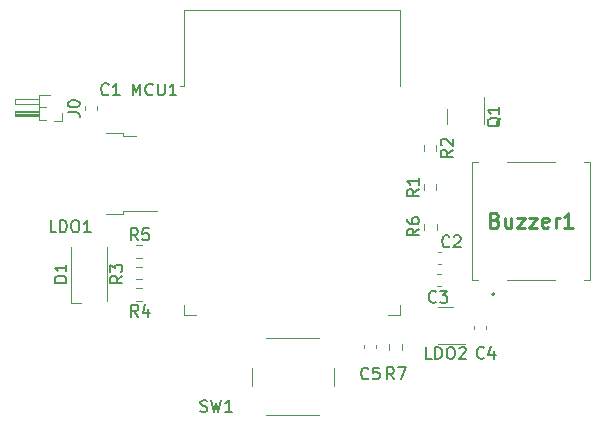
<source format=gbr>
%TF.GenerationSoftware,KiCad,Pcbnew,(6.0.10)*%
%TF.CreationDate,2023-02-02T13:59:13+08:00*%
%TF.ProjectId,AlarmTag,416c6172-6d54-4616-972e-6b696361645f,rev?*%
%TF.SameCoordinates,Original*%
%TF.FileFunction,Legend,Top*%
%TF.FilePolarity,Positive*%
%FSLAX46Y46*%
G04 Gerber Fmt 4.6, Leading zero omitted, Abs format (unit mm)*
G04 Created by KiCad (PCBNEW (6.0.10)) date 2023-02-02 13:59:13*
%MOMM*%
%LPD*%
G01*
G04 APERTURE LIST*
%ADD10C,0.150000*%
%ADD11C,0.254000*%
%ADD12C,0.120000*%
%ADD13C,0.100000*%
%ADD14C,0.200000*%
G04 APERTURE END LIST*
D10*
%TO.C,C2*%
X133699649Y-121023832D02*
X133652030Y-121071451D01*
X133509173Y-121119070D01*
X133413935Y-121119070D01*
X133271077Y-121071451D01*
X133175839Y-120976213D01*
X133128220Y-120880975D01*
X133080601Y-120690499D01*
X133080601Y-120547642D01*
X133128220Y-120357166D01*
X133175839Y-120261928D01*
X133271077Y-120166690D01*
X133413935Y-120119070D01*
X133509173Y-120119070D01*
X133652030Y-120166690D01*
X133699649Y-120214309D01*
X134080601Y-120214309D02*
X134128220Y-120166690D01*
X134223458Y-120119070D01*
X134461554Y-120119070D01*
X134556792Y-120166690D01*
X134604411Y-120214309D01*
X134652030Y-120309547D01*
X134652030Y-120404785D01*
X134604411Y-120547642D01*
X134032982Y-121119070D01*
X134652030Y-121119070D01*
%TO.C,MCU1*%
X106869667Y-108263450D02*
X106869667Y-107263450D01*
X107203001Y-107977736D01*
X107536334Y-107263450D01*
X107536334Y-108263450D01*
X108583953Y-108168212D02*
X108536334Y-108215831D01*
X108393477Y-108263450D01*
X108298239Y-108263450D01*
X108155381Y-108215831D01*
X108060143Y-108120593D01*
X108012524Y-108025355D01*
X107964905Y-107834879D01*
X107964905Y-107692022D01*
X108012524Y-107501546D01*
X108060143Y-107406308D01*
X108155381Y-107311070D01*
X108298239Y-107263450D01*
X108393477Y-107263450D01*
X108536334Y-107311070D01*
X108583953Y-107358689D01*
X109012524Y-107263450D02*
X109012524Y-108072974D01*
X109060143Y-108168212D01*
X109107762Y-108215831D01*
X109203001Y-108263450D01*
X109393477Y-108263450D01*
X109488715Y-108215831D01*
X109536334Y-108168212D01*
X109583953Y-108072974D01*
X109583953Y-107263450D01*
X110583953Y-108263450D02*
X110012524Y-108263450D01*
X110298239Y-108263450D02*
X110298239Y-107263450D01*
X110203001Y-107406308D01*
X110107762Y-107501546D01*
X110012524Y-107549165D01*
%TO.C,R4*%
X107348987Y-126989128D02*
X107015654Y-126512938D01*
X106777558Y-126989128D02*
X106777558Y-125989128D01*
X107158511Y-125989128D01*
X107253749Y-126036748D01*
X107301368Y-126084367D01*
X107348987Y-126179605D01*
X107348987Y-126322462D01*
X107301368Y-126417700D01*
X107253749Y-126465319D01*
X107158511Y-126512938D01*
X106777558Y-126512938D01*
X108206130Y-126322462D02*
X108206130Y-126989128D01*
X107968034Y-125941509D02*
X107729939Y-126655795D01*
X108348987Y-126655795D01*
%TO.C,LDO1*%
X100409523Y-119830336D02*
X99933333Y-119830336D01*
X99933333Y-118830336D01*
X100742857Y-119830336D02*
X100742857Y-118830336D01*
X100980952Y-118830336D01*
X101123809Y-118877956D01*
X101219047Y-118973194D01*
X101266666Y-119068432D01*
X101314285Y-119258908D01*
X101314285Y-119401765D01*
X101266666Y-119592241D01*
X101219047Y-119687479D01*
X101123809Y-119782717D01*
X100980952Y-119830336D01*
X100742857Y-119830336D01*
X101933333Y-118830336D02*
X102123809Y-118830336D01*
X102219047Y-118877956D01*
X102314285Y-118973194D01*
X102361904Y-119163670D01*
X102361904Y-119497003D01*
X102314285Y-119687479D01*
X102219047Y-119782717D01*
X102123809Y-119830336D01*
X101933333Y-119830336D01*
X101838095Y-119782717D01*
X101742857Y-119687479D01*
X101695238Y-119497003D01*
X101695238Y-119163670D01*
X101742857Y-118973194D01*
X101838095Y-118877956D01*
X101933333Y-118830336D01*
X103314285Y-119830336D02*
X102742857Y-119830336D01*
X103028571Y-119830336D02*
X103028571Y-118830336D01*
X102933333Y-118973194D01*
X102838095Y-119068432D01*
X102742857Y-119116051D01*
%TO.C,D1*%
X101266158Y-124104080D02*
X100266158Y-124104080D01*
X100266158Y-123865985D01*
X100313778Y-123723127D01*
X100409016Y-123627889D01*
X100504254Y-123580270D01*
X100694730Y-123532651D01*
X100837587Y-123532651D01*
X101028063Y-123580270D01*
X101123301Y-123627889D01*
X101218539Y-123723127D01*
X101266158Y-123865985D01*
X101266158Y-124104080D01*
X101266158Y-122580270D02*
X101266158Y-123151699D01*
X101266158Y-122865985D02*
X100266158Y-122865985D01*
X100409016Y-122961223D01*
X100504254Y-123056461D01*
X100551873Y-123151699D01*
%TO.C,C5*%
X126830123Y-132217118D02*
X126782504Y-132264737D01*
X126639647Y-132312356D01*
X126544409Y-132312356D01*
X126401551Y-132264737D01*
X126306313Y-132169499D01*
X126258694Y-132074261D01*
X126211075Y-131883785D01*
X126211075Y-131740928D01*
X126258694Y-131550452D01*
X126306313Y-131455214D01*
X126401551Y-131359976D01*
X126544409Y-131312356D01*
X126639647Y-131312356D01*
X126782504Y-131359976D01*
X126830123Y-131407595D01*
X127734885Y-131312356D02*
X127258694Y-131312356D01*
X127211075Y-131788547D01*
X127258694Y-131740928D01*
X127353932Y-131693309D01*
X127592028Y-131693309D01*
X127687266Y-131740928D01*
X127734885Y-131788547D01*
X127782504Y-131883785D01*
X127782504Y-132121880D01*
X127734885Y-132217118D01*
X127687266Y-132264737D01*
X127592028Y-132312356D01*
X127353932Y-132312356D01*
X127258694Y-132264737D01*
X127211075Y-132217118D01*
%TO.C,C4*%
X136629300Y-130459328D02*
X136581681Y-130506947D01*
X136438824Y-130554566D01*
X136343586Y-130554566D01*
X136200728Y-130506947D01*
X136105490Y-130411709D01*
X136057871Y-130316471D01*
X136010252Y-130125995D01*
X136010252Y-129983138D01*
X136057871Y-129792662D01*
X136105490Y-129697424D01*
X136200728Y-129602186D01*
X136343586Y-129554566D01*
X136438824Y-129554566D01*
X136581681Y-129602186D01*
X136629300Y-129649805D01*
X137486443Y-129887900D02*
X137486443Y-130554566D01*
X137248347Y-129506947D02*
X137010252Y-130221233D01*
X137629300Y-130221233D01*
%TO.C,LDO2*%
X132188246Y-130568066D02*
X131712056Y-130568066D01*
X131712056Y-129568066D01*
X132521580Y-130568066D02*
X132521580Y-129568066D01*
X132759675Y-129568066D01*
X132902532Y-129615686D01*
X132997770Y-129710924D01*
X133045389Y-129806162D01*
X133093008Y-129996638D01*
X133093008Y-130139495D01*
X133045389Y-130329971D01*
X132997770Y-130425209D01*
X132902532Y-130520447D01*
X132759675Y-130568066D01*
X132521580Y-130568066D01*
X133712056Y-129568066D02*
X133902532Y-129568066D01*
X133997770Y-129615686D01*
X134093008Y-129710924D01*
X134140627Y-129901400D01*
X134140627Y-130234733D01*
X134093008Y-130425209D01*
X133997770Y-130520447D01*
X133902532Y-130568066D01*
X133712056Y-130568066D01*
X133616818Y-130520447D01*
X133521580Y-130425209D01*
X133473961Y-130234733D01*
X133473961Y-129901400D01*
X133521580Y-129710924D01*
X133616818Y-129615686D01*
X133712056Y-129568066D01*
X134521580Y-129663305D02*
X134569199Y-129615686D01*
X134664437Y-129568066D01*
X134902532Y-129568066D01*
X134997770Y-129615686D01*
X135045389Y-129663305D01*
X135093008Y-129758543D01*
X135093008Y-129853781D01*
X135045389Y-129996638D01*
X134473961Y-130568066D01*
X135093008Y-130568066D01*
%TO.C,C3*%
X132562056Y-125711273D02*
X132514437Y-125758892D01*
X132371580Y-125806511D01*
X132276342Y-125806511D01*
X132133484Y-125758892D01*
X132038246Y-125663654D01*
X131990627Y-125568416D01*
X131943008Y-125377940D01*
X131943008Y-125235083D01*
X131990627Y-125044607D01*
X132038246Y-124949369D01*
X132133484Y-124854131D01*
X132276342Y-124806511D01*
X132371580Y-124806511D01*
X132514437Y-124854131D01*
X132562056Y-124901750D01*
X132895389Y-124806511D02*
X133514437Y-124806511D01*
X133181103Y-125187464D01*
X133323961Y-125187464D01*
X133419199Y-125235083D01*
X133466818Y-125282702D01*
X133514437Y-125377940D01*
X133514437Y-125616035D01*
X133466818Y-125711273D01*
X133419199Y-125758892D01*
X133323961Y-125806511D01*
X133038246Y-125806511D01*
X132943008Y-125758892D01*
X132895389Y-125711273D01*
%TO.C,Q1*%
X138034481Y-110155558D02*
X137986862Y-110250796D01*
X137891623Y-110346034D01*
X137748766Y-110488891D01*
X137701147Y-110584129D01*
X137701147Y-110679367D01*
X137939242Y-110631748D02*
X137891623Y-110726986D01*
X137796385Y-110822224D01*
X137605909Y-110869843D01*
X137272576Y-110869843D01*
X137082100Y-110822224D01*
X136986862Y-110726986D01*
X136939242Y-110631748D01*
X136939242Y-110441272D01*
X136986862Y-110346034D01*
X137082100Y-110250796D01*
X137272576Y-110203177D01*
X137605909Y-110203177D01*
X137796385Y-110250796D01*
X137891623Y-110346034D01*
X137939242Y-110441272D01*
X137939242Y-110631748D01*
X137939242Y-109250796D02*
X137939242Y-109822224D01*
X137939242Y-109536510D02*
X136939242Y-109536510D01*
X137082100Y-109631748D01*
X137177338Y-109726986D01*
X137224957Y-109822224D01*
%TO.C,SW1*%
X112617818Y-134999179D02*
X112760675Y-135046798D01*
X112998771Y-135046798D01*
X113094009Y-134999179D01*
X113141628Y-134951560D01*
X113189247Y-134856322D01*
X113189247Y-134761084D01*
X113141628Y-134665846D01*
X113094009Y-134618227D01*
X112998771Y-134570608D01*
X112808294Y-134522989D01*
X112713056Y-134475370D01*
X112665437Y-134427751D01*
X112617818Y-134332513D01*
X112617818Y-134237275D01*
X112665437Y-134142037D01*
X112713056Y-134094418D01*
X112808294Y-134046798D01*
X113046390Y-134046798D01*
X113189247Y-134094418D01*
X113522580Y-134046798D02*
X113760675Y-135046798D01*
X113951152Y-134332513D01*
X114141628Y-135046798D01*
X114379723Y-134046798D01*
X115284485Y-135046798D02*
X114713056Y-135046798D01*
X114998771Y-135046798D02*
X114998771Y-134046798D01*
X114903532Y-134189656D01*
X114808294Y-134284894D01*
X114713056Y-134332513D01*
%TO.C,J0*%
X101396843Y-109690357D02*
X102111129Y-109690357D01*
X102253986Y-109737976D01*
X102349224Y-109833214D01*
X102396843Y-109976071D01*
X102396843Y-110071309D01*
X101396843Y-109023690D02*
X101396843Y-108928452D01*
X101444463Y-108833214D01*
X101492082Y-108785595D01*
X101587320Y-108737976D01*
X101777796Y-108690357D01*
X102015891Y-108690357D01*
X102206367Y-108737976D01*
X102301605Y-108785595D01*
X102349224Y-108833214D01*
X102396843Y-108928452D01*
X102396843Y-109023690D01*
X102349224Y-109118928D01*
X102301605Y-109166547D01*
X102206367Y-109214166D01*
X102015891Y-109261785D01*
X101777796Y-109261785D01*
X101587320Y-109214166D01*
X101492082Y-109166547D01*
X101444463Y-109118928D01*
X101396843Y-109023690D01*
D11*
%TO.C,Buzzer1*%
X137552037Y-118790937D02*
X137733465Y-118851413D01*
X137793942Y-118911890D01*
X137854418Y-119032842D01*
X137854418Y-119214271D01*
X137793942Y-119335223D01*
X137733465Y-119395699D01*
X137612513Y-119456175D01*
X137128704Y-119456175D01*
X137128704Y-118186175D01*
X137552037Y-118186175D01*
X137672989Y-118246652D01*
X137733465Y-118307128D01*
X137793942Y-118428080D01*
X137793942Y-118549032D01*
X137733465Y-118669985D01*
X137672989Y-118730461D01*
X137552037Y-118790937D01*
X137128704Y-118790937D01*
X138942989Y-118609509D02*
X138942989Y-119456175D01*
X138398704Y-118609509D02*
X138398704Y-119274747D01*
X138459180Y-119395699D01*
X138580132Y-119456175D01*
X138761561Y-119456175D01*
X138882513Y-119395699D01*
X138942989Y-119335223D01*
X139426799Y-118609509D02*
X140092037Y-118609509D01*
X139426799Y-119456175D01*
X140092037Y-119456175D01*
X140454894Y-118609509D02*
X141120132Y-118609509D01*
X140454894Y-119456175D01*
X141120132Y-119456175D01*
X142087751Y-119395699D02*
X141966799Y-119456175D01*
X141724894Y-119456175D01*
X141603942Y-119395699D01*
X141543465Y-119274747D01*
X141543465Y-118790937D01*
X141603942Y-118669985D01*
X141724894Y-118609509D01*
X141966799Y-118609509D01*
X142087751Y-118669985D01*
X142148227Y-118790937D01*
X142148227Y-118911890D01*
X141543465Y-119032842D01*
X142692513Y-119456175D02*
X142692513Y-118609509D01*
X142692513Y-118851413D02*
X142752989Y-118730461D01*
X142813465Y-118669985D01*
X142934418Y-118609509D01*
X143055370Y-118609509D01*
X144143942Y-119456175D02*
X143418227Y-119456175D01*
X143781085Y-119456175D02*
X143781085Y-118186175D01*
X143660132Y-118367604D01*
X143539180Y-118488556D01*
X143418227Y-118549032D01*
D10*
%TO.C,R3*%
X105991500Y-123532651D02*
X105515310Y-123865985D01*
X105991500Y-124104080D02*
X104991500Y-124104080D01*
X104991500Y-123723127D01*
X105039120Y-123627889D01*
X105086739Y-123580270D01*
X105181977Y-123532651D01*
X105324834Y-123532651D01*
X105420072Y-123580270D01*
X105467691Y-123627889D01*
X105515310Y-123723127D01*
X105515310Y-124104080D01*
X104991500Y-123199318D02*
X104991500Y-122580270D01*
X105372453Y-122913604D01*
X105372453Y-122770746D01*
X105420072Y-122675508D01*
X105467691Y-122627889D01*
X105562929Y-122580270D01*
X105801024Y-122580270D01*
X105896262Y-122627889D01*
X105943881Y-122675508D01*
X105991500Y-122770746D01*
X105991500Y-123056461D01*
X105943881Y-123151699D01*
X105896262Y-123199318D01*
%TO.C,R5*%
X107326779Y-120526526D02*
X106993446Y-120050336D01*
X106755350Y-120526526D02*
X106755350Y-119526526D01*
X107136303Y-119526526D01*
X107231541Y-119574146D01*
X107279160Y-119621765D01*
X107326779Y-119717003D01*
X107326779Y-119859860D01*
X107279160Y-119955098D01*
X107231541Y-120002717D01*
X107136303Y-120050336D01*
X106755350Y-120050336D01*
X108231541Y-119526526D02*
X107755350Y-119526526D01*
X107707731Y-120002717D01*
X107755350Y-119955098D01*
X107850588Y-119907479D01*
X108088684Y-119907479D01*
X108183922Y-119955098D01*
X108231541Y-120002717D01*
X108279160Y-120097955D01*
X108279160Y-120336050D01*
X108231541Y-120431288D01*
X108183922Y-120478907D01*
X108088684Y-120526526D01*
X107850588Y-120526526D01*
X107755350Y-120478907D01*
X107707731Y-120431288D01*
%TO.C,R7*%
X128992003Y-132292152D02*
X128658670Y-131815962D01*
X128420574Y-132292152D02*
X128420574Y-131292152D01*
X128801527Y-131292152D01*
X128896765Y-131339772D01*
X128944384Y-131387391D01*
X128992003Y-131482629D01*
X128992003Y-131625486D01*
X128944384Y-131720724D01*
X128896765Y-131768343D01*
X128801527Y-131815962D01*
X128420574Y-131815962D01*
X129325336Y-131292152D02*
X129992003Y-131292152D01*
X129563431Y-132292152D01*
%TO.C,R2*%
X133962380Y-112866666D02*
X133486190Y-113200000D01*
X133962380Y-113438095D02*
X132962380Y-113438095D01*
X132962380Y-113057142D01*
X133010000Y-112961904D01*
X133057619Y-112914285D01*
X133152857Y-112866666D01*
X133295714Y-112866666D01*
X133390952Y-112914285D01*
X133438571Y-112961904D01*
X133486190Y-113057142D01*
X133486190Y-113438095D01*
X133057619Y-112485714D02*
X133010000Y-112438095D01*
X132962380Y-112342857D01*
X132962380Y-112104761D01*
X133010000Y-112009523D01*
X133057619Y-111961904D01*
X133152857Y-111914285D01*
X133248095Y-111914285D01*
X133390952Y-111961904D01*
X133962380Y-112533333D01*
X133962380Y-111914285D01*
%TO.C,C1*%
X104839454Y-108150123D02*
X104791835Y-108197742D01*
X104648978Y-108245361D01*
X104553740Y-108245361D01*
X104410882Y-108197742D01*
X104315644Y-108102504D01*
X104268025Y-108007266D01*
X104220406Y-107816790D01*
X104220406Y-107673933D01*
X104268025Y-107483457D01*
X104315644Y-107388219D01*
X104410882Y-107292981D01*
X104553740Y-107245361D01*
X104648978Y-107245361D01*
X104791835Y-107292981D01*
X104839454Y-107340600D01*
X105791835Y-108245361D02*
X105220406Y-108245361D01*
X105506121Y-108245361D02*
X105506121Y-107245361D01*
X105410882Y-107388219D01*
X105315644Y-107483457D01*
X105220406Y-107531076D01*
%TO.C,R6*%
X131122515Y-119543161D02*
X130646325Y-119876495D01*
X131122515Y-120114590D02*
X130122515Y-120114590D01*
X130122515Y-119733637D01*
X130170135Y-119638399D01*
X130217754Y-119590780D01*
X130312992Y-119543161D01*
X130455849Y-119543161D01*
X130551087Y-119590780D01*
X130598706Y-119638399D01*
X130646325Y-119733637D01*
X130646325Y-120114590D01*
X130122515Y-118686018D02*
X130122515Y-118876495D01*
X130170135Y-118971733D01*
X130217754Y-119019352D01*
X130360611Y-119114590D01*
X130551087Y-119162209D01*
X130932039Y-119162209D01*
X131027277Y-119114590D01*
X131074896Y-119066971D01*
X131122515Y-118971733D01*
X131122515Y-118781256D01*
X131074896Y-118686018D01*
X131027277Y-118638399D01*
X130932039Y-118590780D01*
X130693944Y-118590780D01*
X130598706Y-118638399D01*
X130551087Y-118686018D01*
X130503468Y-118781256D01*
X130503468Y-118971733D01*
X130551087Y-119066971D01*
X130598706Y-119114590D01*
X130693944Y-119162209D01*
%TO.C,R1*%
X131102380Y-116206666D02*
X130626190Y-116540000D01*
X131102380Y-116778095D02*
X130102380Y-116778095D01*
X130102380Y-116397142D01*
X130150000Y-116301904D01*
X130197619Y-116254285D01*
X130292857Y-116206666D01*
X130435714Y-116206666D01*
X130530952Y-116254285D01*
X130578571Y-116301904D01*
X130626190Y-116397142D01*
X130626190Y-116778095D01*
X131102380Y-115254285D02*
X131102380Y-115825714D01*
X131102380Y-115540000D02*
X130102380Y-115540000D01*
X130245238Y-115635238D01*
X130340476Y-115730476D01*
X130388095Y-115825714D01*
D12*
%TO.C,C2*%
X132690136Y-124423388D02*
X132971296Y-124423388D01*
X132690136Y-123403388D02*
X132971296Y-123403388D01*
%TO.C,MCU1*%
X111270000Y-101070000D02*
X129510000Y-101070000D01*
X111270000Y-126810000D02*
X112270000Y-126810000D01*
X129510000Y-126810000D02*
X128510000Y-126810000D01*
X111270000Y-101070000D02*
X111270000Y-107485000D01*
X111270000Y-107485000D02*
X110890000Y-107485000D01*
X129510000Y-101070000D02*
X129510000Y-107485000D01*
X129510000Y-126030000D02*
X129510000Y-126810000D01*
X111270000Y-126030000D02*
X111270000Y-126810000D01*
%TO.C,R4*%
X107659302Y-125633539D02*
X107184786Y-125633539D01*
X107659302Y-124588539D02*
X107184786Y-124588539D01*
%TO.C,LDO1*%
X104592258Y-111427956D02*
X106092258Y-111427956D01*
X106092258Y-111427956D02*
X106092258Y-111697956D01*
X106092258Y-118327956D02*
X106092258Y-118057956D01*
X104592258Y-118327956D02*
X106092258Y-118327956D01*
X106092258Y-111697956D02*
X107192258Y-111697956D01*
X106092258Y-118057956D02*
X108922258Y-118057956D01*
%TO.C,D1*%
X101703778Y-125865985D02*
X101703778Y-121065985D01*
X102513778Y-125865985D02*
X101703778Y-125865985D01*
X104723778Y-125665985D02*
X104723778Y-121065985D01*
%TO.C,C5*%
X126490000Y-129680580D02*
X126490000Y-129399420D01*
X127510000Y-129680580D02*
X127510000Y-129399420D01*
%TO.C,C4*%
X136839747Y-128052649D02*
X136839747Y-127771489D01*
X135819747Y-128052649D02*
X135819747Y-127771489D01*
%TO.C,LDO2*%
X133378723Y-126155686D02*
X132728723Y-126155686D01*
X133378723Y-126155686D02*
X134028723Y-126155686D01*
X133378723Y-129275686D02*
X135053723Y-129275686D01*
X133378723Y-129275686D02*
X132728723Y-129275686D01*
%TO.C,C3*%
X132996672Y-121545912D02*
X132715512Y-121545912D01*
X132996672Y-122565912D02*
X132715512Y-122565912D01*
%TO.C,Q1*%
X133526862Y-110060320D02*
X133526862Y-109410320D01*
X133526862Y-110060320D02*
X133526862Y-110710320D01*
X136646862Y-110060320D02*
X136646862Y-110710320D01*
X136646862Y-110060320D02*
X136646862Y-108385320D01*
%TO.C,SW1*%
X118197167Y-135330000D02*
X122697167Y-135330000D01*
X122697167Y-128830000D02*
X118197167Y-128830000D01*
X123947167Y-132830000D02*
X123947167Y-131330000D01*
X116947167Y-131330000D02*
X116947167Y-132830000D01*
%TO.C,J0*%
X98930871Y-108203693D02*
X99846378Y-108203693D01*
X96930871Y-109973693D02*
X96930871Y-109553693D01*
X96930871Y-108973693D02*
X96930871Y-108553693D01*
X98930871Y-109793693D02*
X96930871Y-109793693D01*
X99555871Y-110323693D02*
X98930871Y-110323693D01*
X98930871Y-109673693D02*
X96930871Y-109673693D01*
X100925871Y-110448693D02*
X100240871Y-110448693D01*
X98930871Y-109913693D02*
X96930871Y-109913693D01*
X98930871Y-109973693D02*
X96930871Y-109973693D01*
X100925871Y-109763693D02*
X100925871Y-110448693D01*
X96930871Y-109553693D02*
X98930871Y-109553693D01*
X98930871Y-110323693D02*
X98930871Y-108203693D01*
X98930871Y-108973693D02*
X96930871Y-108973693D01*
X96930871Y-108553693D02*
X98930871Y-108553693D01*
X99555871Y-109263693D02*
X98930871Y-109263693D01*
D13*
%TO.C,Buzzer1*%
X135606085Y-123881652D02*
X135606085Y-113881652D01*
X145606085Y-113881652D02*
X145606085Y-123881652D01*
X136106085Y-123881652D02*
X135606085Y-123881652D01*
D14*
X137506085Y-125081652D02*
X137506085Y-125081652D01*
D13*
X138606085Y-123881652D02*
X142606085Y-123881652D01*
X145106085Y-113881652D02*
X145606085Y-113881652D01*
X135606085Y-113881652D02*
X136106085Y-113881652D01*
X145606085Y-123881652D02*
X145106085Y-123881652D01*
D14*
X137306085Y-125081652D02*
X137306085Y-125081652D01*
D13*
X138606085Y-113881652D02*
X142606085Y-113881652D01*
D14*
X137506085Y-125081652D02*
G75*
G03*
X137306085Y-125081652I-100000J0D01*
G01*
X137306085Y-125081652D02*
G75*
G03*
X137506085Y-125081652I100000J0D01*
G01*
D12*
%TO.C,R3*%
X107672725Y-122749520D02*
X107198209Y-122749520D01*
X107672725Y-123794520D02*
X107198209Y-123794520D01*
%TO.C,R5*%
X107666014Y-120964195D02*
X107191498Y-120964195D01*
X107666014Y-122009195D02*
X107191498Y-122009195D01*
%TO.C,R7*%
X128605000Y-129777258D02*
X128605000Y-129302742D01*
X129650000Y-129777258D02*
X129650000Y-129302742D01*
%TO.C,R2*%
X132602500Y-112462742D02*
X132602500Y-112937258D01*
X131557500Y-112462742D02*
X131557500Y-112937258D01*
%TO.C,C1*%
X103840448Y-109172634D02*
X103840448Y-109453794D01*
X102820448Y-109172634D02*
X102820448Y-109453794D01*
%TO.C,R6*%
X132622635Y-119613753D02*
X132622635Y-119139237D01*
X131577635Y-119613753D02*
X131577635Y-119139237D01*
%TO.C,R1*%
X131557500Y-116277258D02*
X131557500Y-115802742D01*
X132602500Y-116277258D02*
X132602500Y-115802742D01*
%TD*%
M02*

</source>
